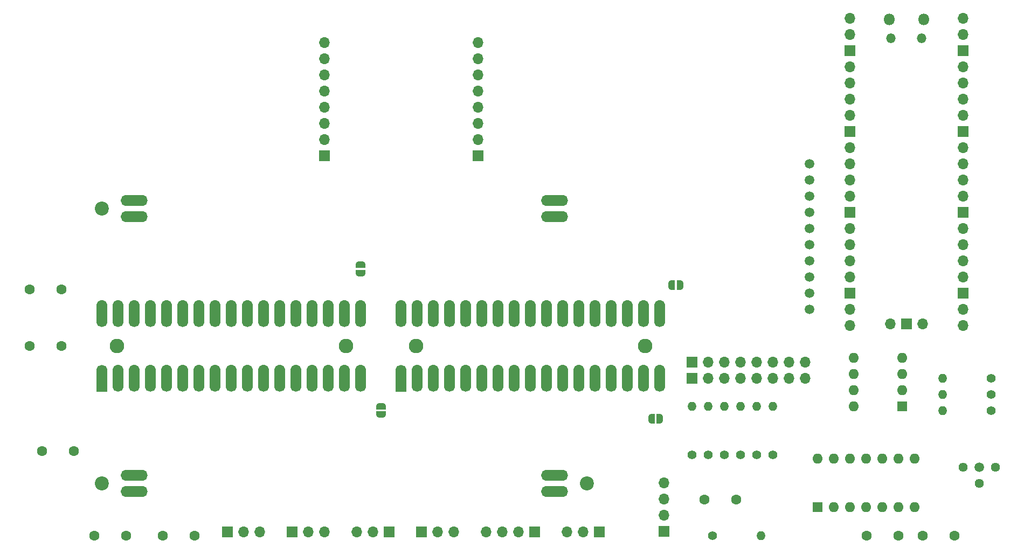
<source format=gbr>
%TF.GenerationSoftware,KiCad,Pcbnew,7.0.7*%
%TF.CreationDate,2024-11-27T08:57:41-05:00*%
%TF.ProjectId,cross-point-exp-brd-mini-lc,63726f73-732d-4706-9f69-6e742d657870,rev?*%
%TF.SameCoordinates,Original*%
%TF.FileFunction,Soldermask,Bot*%
%TF.FilePolarity,Negative*%
%FSLAX46Y46*%
G04 Gerber Fmt 4.6, Leading zero omitted, Abs format (unit mm)*
G04 Created by KiCad (PCBNEW 7.0.7) date 2024-11-27 08:57:41*
%MOMM*%
%LPD*%
G01*
G04 APERTURE LIST*
G04 Aperture macros list*
%AMFreePoly0*
4,1,19,0.500000,-0.750000,0.000000,-0.750000,0.000000,-0.744911,-0.071157,-0.744911,-0.207708,-0.704816,-0.327430,-0.627875,-0.420627,-0.520320,-0.479746,-0.390866,-0.500000,-0.250000,-0.500000,0.250000,-0.479746,0.390866,-0.420627,0.520320,-0.327430,0.627875,-0.207708,0.704816,-0.071157,0.744911,0.000000,0.744911,0.000000,0.750000,0.500000,0.750000,0.500000,-0.750000,0.500000,-0.750000,
$1*%
%AMFreePoly1*
4,1,19,0.000000,0.744911,0.071157,0.744911,0.207708,0.704816,0.327430,0.627875,0.420627,0.520320,0.479746,0.390866,0.500000,0.250000,0.500000,-0.250000,0.479746,-0.390866,0.420627,-0.520320,0.327430,-0.627875,0.207708,-0.704816,0.071157,-0.744911,0.000000,-0.744911,0.000000,-0.750000,-0.500000,-0.750000,-0.500000,0.750000,0.000000,0.750000,0.000000,0.744911,0.000000,0.744911,
$1*%
G04 Aperture macros list end*
%ADD10C,1.600000*%
%ADD11C,1.500000*%
%ADD12R,1.700000X1.700000*%
%ADD13O,1.700000X1.700000*%
%ADD14C,1.400000*%
%ADD15O,1.400000X1.400000*%
%ADD16C,2.200000*%
%ADD17R,1.600000X1.600000*%
%ADD18O,1.600000X1.600000*%
%ADD19C,2.286000*%
%ADD20O,1.700000X4.240000*%
%ADD21O,4.240000X1.700000*%
%ADD22O,1.800000X1.800000*%
%ADD23O,1.500000X1.500000*%
%ADD24C,1.440000*%
%ADD25FreePoly0,0.000000*%
%ADD26FreePoly1,0.000000*%
%ADD27FreePoly0,270.000000*%
%ADD28FreePoly1,270.000000*%
%ADD29FreePoly0,180.000000*%
%ADD30FreePoly1,180.000000*%
G04 APERTURE END LIST*
D10*
%TO.C,C2*%
X190460000Y-128905000D03*
X185460000Y-128905000D03*
%TD*%
D11*
%TO.C,TP10*%
X201930000Y-99060000D03*
%TD*%
D12*
%TO.C,JVEE1*%
X158750000Y-133985000D03*
D13*
X156210000Y-133985000D03*
X153670000Y-133985000D03*
X151130000Y-133985000D03*
%TD*%
D10*
%TO.C,C5*%
X86360000Y-121285000D03*
X81360000Y-121285000D03*
%TD*%
%TO.C,C3*%
X94615000Y-134620000D03*
X89615000Y-134620000D03*
%TD*%
D14*
%TO.C,R9*%
X193675000Y-121920000D03*
D15*
X193675000Y-114300000D03*
%TD*%
D16*
%TO.C,REF\u002A\u002A*%
X90805000Y-126365000D03*
%TD*%
%TO.C,REF\u002A\u002A*%
X167005000Y-126365000D03*
%TD*%
D11*
%TO.C,TP6*%
X228600000Y-123825000D03*
%TD*%
D10*
%TO.C,C8*%
X79415000Y-104775000D03*
X84415000Y-104775000D03*
%TD*%
D14*
%TO.C,R12*%
X186690000Y-134620000D03*
D15*
X194310000Y-134620000D03*
%TD*%
D17*
%TO.C,U10*%
X216535000Y-114290000D03*
D18*
X216535000Y-111750000D03*
X216535000Y-109210000D03*
X216535000Y-106670000D03*
X208915000Y-106670000D03*
X208915000Y-109210000D03*
X208915000Y-111750000D03*
X208915000Y-114290000D03*
%TD*%
D12*
%TO.C,JpVDD2*%
X140970000Y-133985000D03*
D13*
X143510000Y-133985000D03*
X146050000Y-133985000D03*
%TD*%
D12*
%TO.C,J1*%
X125730000Y-74930000D03*
D13*
X125730000Y-72390000D03*
X125730000Y-69850000D03*
X125730000Y-67310000D03*
X125730000Y-64770000D03*
X125730000Y-62230000D03*
X125730000Y-59690000D03*
X125730000Y-57150000D03*
%TD*%
D11*
%TO.C,TP8*%
X201930000Y-96520000D03*
%TD*%
D12*
%TO.C,J2*%
X149860000Y-74930000D03*
D13*
X149860000Y-72390000D03*
X149860000Y-69850000D03*
X149860000Y-67310000D03*
X149860000Y-64770000D03*
X149860000Y-62230000D03*
X149860000Y-59690000D03*
X149860000Y-57150000D03*
%TD*%
D19*
%TO.C,J4*%
X140106400Y-104775000D03*
X176123600Y-104775000D03*
D12*
X137795000Y-111125000D03*
D20*
X137795000Y-109855000D03*
X140335000Y-109855000D03*
D13*
X140335000Y-108585000D03*
D20*
X142875000Y-109855000D03*
D13*
X142875000Y-108585000D03*
D20*
X145415000Y-109855000D03*
D13*
X145415000Y-108585000D03*
D20*
X147955000Y-109855000D03*
D13*
X147955000Y-108585000D03*
D20*
X150495000Y-109855000D03*
D13*
X150495000Y-108585000D03*
D20*
X153035000Y-109855000D03*
D13*
X153035000Y-108585000D03*
D20*
X155575000Y-109855000D03*
D13*
X155575000Y-108585000D03*
D20*
X158115000Y-109855000D03*
D13*
X158115000Y-108585000D03*
D20*
X160655000Y-109855000D03*
D13*
X160655000Y-108585000D03*
D20*
X163195000Y-109855000D03*
D13*
X163195000Y-108585000D03*
D20*
X165735000Y-109855000D03*
D13*
X165735000Y-108585000D03*
D20*
X168275000Y-109855000D03*
D13*
X168275000Y-108585000D03*
D20*
X170815000Y-109855000D03*
D13*
X170815000Y-108585000D03*
D20*
X173355000Y-109855000D03*
D13*
X173355000Y-108585000D03*
D20*
X175895000Y-109855000D03*
D13*
X175895000Y-108585000D03*
D20*
X178435000Y-109855000D03*
D13*
X178435000Y-108585000D03*
D20*
X137795000Y-99695000D03*
D13*
X137795000Y-98425000D03*
D20*
X140335000Y-99695000D03*
D13*
X140335000Y-98425000D03*
D20*
X142875000Y-99695000D03*
D13*
X142875000Y-98425000D03*
D20*
X145415000Y-99695000D03*
D13*
X145415000Y-98425000D03*
D20*
X147955000Y-99695000D03*
D13*
X147955000Y-98425000D03*
D20*
X150495000Y-99695000D03*
D13*
X150495000Y-98425000D03*
D20*
X153035000Y-99695000D03*
D13*
X153035000Y-98425000D03*
D20*
X155575000Y-99695000D03*
D13*
X155575000Y-98425000D03*
D20*
X158115000Y-99695000D03*
D13*
X158115000Y-98425000D03*
D20*
X160655000Y-99695000D03*
D13*
X160655000Y-98425000D03*
D20*
X163195000Y-99695000D03*
D13*
X163195000Y-98425000D03*
D20*
X165735000Y-99695000D03*
D13*
X165735000Y-98425000D03*
D20*
X168275000Y-99695000D03*
D13*
X168275000Y-98425000D03*
D20*
X170815000Y-99695000D03*
D13*
X170815000Y-98425000D03*
D20*
X173355000Y-99695000D03*
D13*
X173355000Y-98425000D03*
D20*
X175895000Y-99695000D03*
D13*
X175895000Y-98425000D03*
D20*
X178435000Y-99695000D03*
D13*
X178435000Y-98425000D03*
%TD*%
D12*
%TO.C,DC1*%
X179070000Y-133975000D03*
D13*
X179070000Y-131435000D03*
X179070000Y-128895000D03*
X179070000Y-126355000D03*
%TD*%
D14*
%TO.C,R1*%
X230505000Y-109855000D03*
D15*
X222885000Y-109855000D03*
%TD*%
D10*
%TO.C,C1*%
X224750000Y-134620000D03*
X219750000Y-134620000D03*
%TD*%
D14*
%TO.C,R8*%
X196215000Y-121920000D03*
D15*
X196215000Y-114300000D03*
%TD*%
D11*
%TO.C,TP0*%
X201930000Y-78740000D03*
%TD*%
D13*
%TO.C,J6*%
X94615000Y-127635000D03*
D21*
X95885000Y-127635000D03*
D13*
X94615000Y-125095000D03*
D21*
X95885000Y-125095000D03*
D13*
X160655000Y-127635000D03*
D21*
X161925000Y-127635000D03*
D13*
X160655000Y-125095000D03*
D21*
X161925000Y-125095000D03*
%TD*%
D14*
%TO.C,R6*%
X191135000Y-121920000D03*
D15*
X191135000Y-114300000D03*
%TD*%
D14*
%TO.C,R4*%
X186055000Y-121920000D03*
D15*
X186055000Y-114300000D03*
%TD*%
D12*
%TO.C,JpVDD1*%
X110490000Y-133985000D03*
D13*
X113030000Y-133985000D03*
X115570000Y-133985000D03*
%TD*%
D12*
%TO.C,J8*%
X183515000Y-109855000D03*
D13*
X186055000Y-109855000D03*
X188595000Y-109855000D03*
X191135000Y-109855000D03*
X193675000Y-109855000D03*
X196215000Y-109855000D03*
X198755000Y-109855000D03*
X201295000Y-109855000D03*
%TD*%
D12*
%TO.C,JpVDD5*%
X135890000Y-133985000D03*
D13*
X133350000Y-133985000D03*
X130810000Y-133985000D03*
%TD*%
D11*
%TO.C,TP3*%
X201930000Y-86360000D03*
%TD*%
D19*
%TO.C,J3*%
X93116400Y-104775000D03*
X129133600Y-104775000D03*
D12*
X90805000Y-111125000D03*
D20*
X90805000Y-109855000D03*
X93345000Y-109855000D03*
D13*
X93345000Y-108585000D03*
D20*
X95885000Y-109855000D03*
D13*
X95885000Y-108585000D03*
D20*
X98425000Y-109855000D03*
D13*
X98425000Y-108585000D03*
D20*
X100965000Y-109855000D03*
D13*
X100965000Y-108585000D03*
D20*
X103505000Y-109855000D03*
D13*
X103505000Y-108585000D03*
D20*
X106045000Y-109855000D03*
D13*
X106045000Y-108585000D03*
D20*
X108585000Y-109855000D03*
D13*
X108585000Y-108585000D03*
D20*
X111125000Y-109855000D03*
D13*
X111125000Y-108585000D03*
D20*
X113665000Y-109855000D03*
D13*
X113665000Y-108585000D03*
D20*
X116205000Y-109855000D03*
D13*
X116205000Y-108585000D03*
D20*
X118745000Y-109855000D03*
D13*
X118745000Y-108585000D03*
D20*
X121285000Y-109855000D03*
D13*
X121285000Y-108585000D03*
D20*
X123825000Y-109855000D03*
D13*
X123825000Y-108585000D03*
D20*
X126365000Y-109855000D03*
D13*
X126365000Y-108585000D03*
D20*
X128905000Y-109855000D03*
D13*
X128905000Y-108585000D03*
D20*
X131445000Y-109855000D03*
D13*
X131445000Y-108585000D03*
D20*
X90805000Y-99695000D03*
D13*
X90805000Y-98425000D03*
D20*
X93345000Y-99695000D03*
D13*
X93345000Y-98425000D03*
D20*
X95885000Y-99695000D03*
D13*
X95885000Y-98425000D03*
D20*
X98425000Y-99695000D03*
D13*
X98425000Y-98425000D03*
D20*
X100965000Y-99695000D03*
D13*
X100965000Y-98425000D03*
D20*
X103505000Y-99695000D03*
D13*
X103505000Y-98425000D03*
D20*
X106045000Y-99695000D03*
D13*
X106045000Y-98425000D03*
D20*
X108585000Y-99695000D03*
D13*
X108585000Y-98425000D03*
D20*
X111125000Y-99695000D03*
D13*
X111125000Y-98425000D03*
D20*
X113665000Y-99695000D03*
D13*
X113665000Y-98425000D03*
D20*
X116205000Y-99695000D03*
D13*
X116205000Y-98425000D03*
D20*
X118745000Y-99695000D03*
D13*
X118745000Y-98425000D03*
D20*
X121285000Y-99695000D03*
D13*
X121285000Y-98425000D03*
D20*
X123825000Y-99695000D03*
D13*
X123825000Y-98425000D03*
D20*
X126365000Y-99695000D03*
D13*
X126365000Y-98425000D03*
D20*
X128905000Y-99695000D03*
D13*
X128905000Y-98425000D03*
D20*
X131445000Y-99695000D03*
D13*
X131445000Y-98425000D03*
%TD*%
D14*
%TO.C,R2*%
X230505000Y-112395000D03*
D15*
X222885000Y-112395000D03*
%TD*%
D12*
%TO.C,J7*%
X183515000Y-107315000D03*
D13*
X186055000Y-107315000D03*
X188595000Y-107315000D03*
X191135000Y-107315000D03*
X193675000Y-107315000D03*
X196215000Y-107315000D03*
X198755000Y-107315000D03*
X201295000Y-107315000D03*
%TD*%
D10*
%TO.C,C6*%
X210900000Y-134620000D03*
X215900000Y-134620000D03*
%TD*%
D11*
%TO.C,TP4*%
X201930000Y-88900000D03*
%TD*%
D17*
%TO.C,U11*%
X203195000Y-130165000D03*
D18*
X205735000Y-130165000D03*
X208275000Y-130165000D03*
X210815000Y-130165000D03*
X213355000Y-130165000D03*
X215895000Y-130165000D03*
X218435000Y-130165000D03*
X218435000Y-122545000D03*
X215895000Y-122545000D03*
X213355000Y-122545000D03*
X210815000Y-122545000D03*
X208275000Y-122545000D03*
X205735000Y-122545000D03*
X203195000Y-122545000D03*
%TD*%
D14*
%TO.C,R3*%
X230505000Y-114935000D03*
D15*
X222885000Y-114935000D03*
%TD*%
D11*
%TO.C,TP5*%
X201930000Y-91440000D03*
%TD*%
%TO.C,TP2*%
X201930000Y-83820000D03*
%TD*%
D12*
%TO.C,JpVDD4*%
X120650000Y-133985000D03*
D13*
X123190000Y-133985000D03*
X125730000Y-133985000D03*
%TD*%
D22*
%TO.C,U9*%
X214445000Y-53470000D03*
D23*
X214745000Y-56500000D03*
X219595000Y-56500000D03*
D22*
X219895000Y-53470000D03*
D13*
X208280000Y-53340000D03*
X208280000Y-55880000D03*
D12*
X208280000Y-58420000D03*
D13*
X208280000Y-60960000D03*
X208280000Y-63500000D03*
X208280000Y-66040000D03*
X208280000Y-68580000D03*
D12*
X208280000Y-71120000D03*
D13*
X208280000Y-73660000D03*
X208280000Y-76200000D03*
X208280000Y-78740000D03*
X208280000Y-81280000D03*
D12*
X208280000Y-83820000D03*
D13*
X208280000Y-86360000D03*
X208280000Y-88900000D03*
X208280000Y-91440000D03*
X208280000Y-93980000D03*
D12*
X208280000Y-96520000D03*
D13*
X208280000Y-99060000D03*
X208280000Y-101600000D03*
X226060000Y-101600000D03*
X226060000Y-99060000D03*
D12*
X226060000Y-96520000D03*
D13*
X226060000Y-93980000D03*
X226060000Y-91440000D03*
X226060000Y-88900000D03*
X226060000Y-86360000D03*
D12*
X226060000Y-83820000D03*
D13*
X226060000Y-81280000D03*
X226060000Y-78740000D03*
X226060000Y-76200000D03*
X226060000Y-73660000D03*
D12*
X226060000Y-71120000D03*
D13*
X226060000Y-68580000D03*
X226060000Y-66040000D03*
X226060000Y-63500000D03*
X226060000Y-60960000D03*
D12*
X226060000Y-58420000D03*
D13*
X226060000Y-55880000D03*
X226060000Y-53340000D03*
X214630000Y-101370000D03*
D12*
X217170000Y-101370000D03*
D13*
X219710000Y-101370000D03*
%TD*%
D16*
%TO.C,REF\u002A\u002A*%
X90805000Y-83185000D03*
%TD*%
D13*
%TO.C,J5*%
X94615000Y-84455000D03*
D21*
X95885000Y-84455000D03*
D13*
X94615000Y-81915000D03*
D21*
X95885000Y-81915000D03*
D13*
X160655000Y-84455000D03*
D21*
X161925000Y-84455000D03*
D13*
X160655000Y-81915000D03*
D21*
X161925000Y-81915000D03*
%TD*%
D10*
%TO.C,C4*%
X105330000Y-134620000D03*
X100330000Y-134620000D03*
%TD*%
D14*
%TO.C,R7*%
X188595000Y-121920000D03*
D15*
X188595000Y-114300000D03*
%TD*%
D11*
%TO.C,TP7*%
X201930000Y-93980000D03*
%TD*%
%TO.C,TP1*%
X201930000Y-81280000D03*
%TD*%
D10*
%TO.C,C7*%
X79455000Y-95885000D03*
X84455000Y-95885000D03*
%TD*%
D14*
%TO.C,R5*%
X183515000Y-121920000D03*
D15*
X183515000Y-114300000D03*
%TD*%
D11*
%TO.C,TP9*%
X201930000Y-76200000D03*
%TD*%
D24*
%TO.C,RV1*%
X226060000Y-123840000D03*
X228600000Y-126380000D03*
X231140000Y-123840000D03*
%TD*%
D12*
%TO.C,JpVDD3*%
X168910000Y-133985000D03*
D13*
X166370000Y-133985000D03*
X163830000Y-133985000D03*
%TD*%
D25*
%TO.C,JP2*%
X180310000Y-95250000D03*
D26*
X181610000Y-95250000D03*
%TD*%
D27*
%TO.C,JP1*%
X131445000Y-92060000D03*
D28*
X131445000Y-93360000D03*
%TD*%
D27*
%TO.C,JP3*%
X134620000Y-114285000D03*
D28*
X134620000Y-115585000D03*
%TD*%
D29*
%TO.C,JP4*%
X178450000Y-116205000D03*
D30*
X177150000Y-116205000D03*
%TD*%
M02*

</source>
